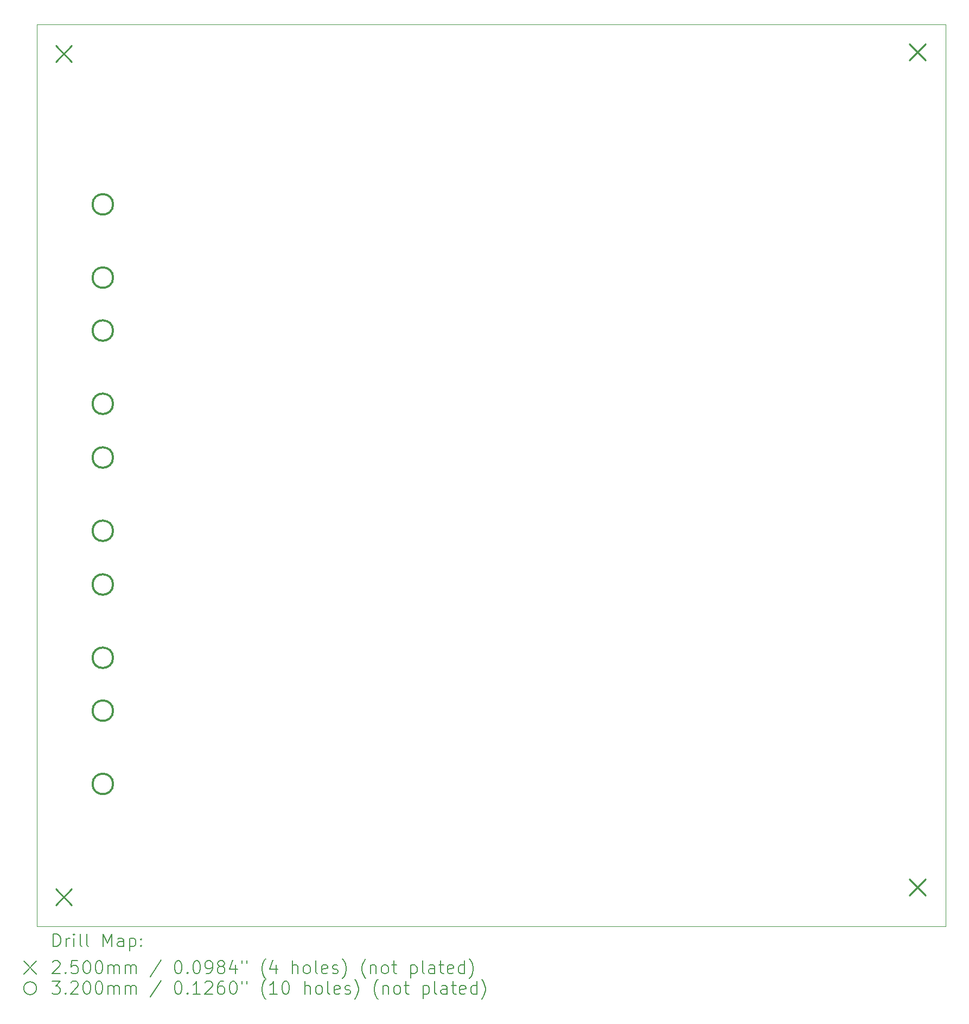
<source format=gbr>
%TF.GenerationSoftware,KiCad,Pcbnew,7.0.8*%
%TF.CreationDate,2023-12-10T21:55:35+01:00*%
%TF.ProjectId,stm_bob,73746d5f-626f-4622-9e6b-696361645f70,rev?*%
%TF.SameCoordinates,Original*%
%TF.FileFunction,Drillmap*%
%TF.FilePolarity,Positive*%
%FSLAX45Y45*%
G04 Gerber Fmt 4.5, Leading zero omitted, Abs format (unit mm)*
G04 Created by KiCad (PCBNEW 7.0.8) date 2023-12-10 21:55:35*
%MOMM*%
%LPD*%
G01*
G04 APERTURE LIST*
%ADD10C,0.100000*%
%ADD11C,0.200000*%
%ADD12C,0.250000*%
%ADD13C,0.320000*%
G04 APERTURE END LIST*
D10*
X1993900Y-3035300D02*
X16179800Y-3035300D01*
X16179800Y-17106900D01*
X1993900Y-17106900D01*
X1993900Y-3035300D01*
D11*
D12*
X2288000Y-3366400D02*
X2538000Y-3616400D01*
X2538000Y-3366400D02*
X2288000Y-3616400D01*
X2288000Y-16524800D02*
X2538000Y-16774800D01*
X2538000Y-16524800D02*
X2288000Y-16774800D01*
X15610300Y-3342100D02*
X15860300Y-3592100D01*
X15860300Y-3342100D02*
X15610300Y-3592100D01*
X15610300Y-16372300D02*
X15860300Y-16622300D01*
X15860300Y-16372300D02*
X15610300Y-16622300D01*
D13*
X3182600Y-5842000D02*
G75*
G03*
X3182600Y-5842000I-160000J0D01*
G01*
X3182600Y-6985000D02*
G75*
G03*
X3182600Y-6985000I-160000J0D01*
G01*
X3182600Y-7810500D02*
G75*
G03*
X3182600Y-7810500I-160000J0D01*
G01*
X3182600Y-8953500D02*
G75*
G03*
X3182600Y-8953500I-160000J0D01*
G01*
X3182600Y-9791700D02*
G75*
G03*
X3182600Y-9791700I-160000J0D01*
G01*
X3182600Y-10934700D02*
G75*
G03*
X3182600Y-10934700I-160000J0D01*
G01*
X3182600Y-11772900D02*
G75*
G03*
X3182600Y-11772900I-160000J0D01*
G01*
X3182600Y-12915900D02*
G75*
G03*
X3182600Y-12915900I-160000J0D01*
G01*
X3182600Y-13741400D02*
G75*
G03*
X3182600Y-13741400I-160000J0D01*
G01*
X3182600Y-14884400D02*
G75*
G03*
X3182600Y-14884400I-160000J0D01*
G01*
D11*
X2249677Y-17423384D02*
X2249677Y-17223384D01*
X2249677Y-17223384D02*
X2297296Y-17223384D01*
X2297296Y-17223384D02*
X2325867Y-17232908D01*
X2325867Y-17232908D02*
X2344915Y-17251955D01*
X2344915Y-17251955D02*
X2354439Y-17271003D01*
X2354439Y-17271003D02*
X2363963Y-17309098D01*
X2363963Y-17309098D02*
X2363963Y-17337670D01*
X2363963Y-17337670D02*
X2354439Y-17375765D01*
X2354439Y-17375765D02*
X2344915Y-17394812D01*
X2344915Y-17394812D02*
X2325867Y-17413860D01*
X2325867Y-17413860D02*
X2297296Y-17423384D01*
X2297296Y-17423384D02*
X2249677Y-17423384D01*
X2449677Y-17423384D02*
X2449677Y-17290050D01*
X2449677Y-17328146D02*
X2459201Y-17309098D01*
X2459201Y-17309098D02*
X2468724Y-17299574D01*
X2468724Y-17299574D02*
X2487772Y-17290050D01*
X2487772Y-17290050D02*
X2506820Y-17290050D01*
X2573486Y-17423384D02*
X2573486Y-17290050D01*
X2573486Y-17223384D02*
X2563963Y-17232908D01*
X2563963Y-17232908D02*
X2573486Y-17242431D01*
X2573486Y-17242431D02*
X2583010Y-17232908D01*
X2583010Y-17232908D02*
X2573486Y-17223384D01*
X2573486Y-17223384D02*
X2573486Y-17242431D01*
X2697296Y-17423384D02*
X2678248Y-17413860D01*
X2678248Y-17413860D02*
X2668724Y-17394812D01*
X2668724Y-17394812D02*
X2668724Y-17223384D01*
X2802058Y-17423384D02*
X2783010Y-17413860D01*
X2783010Y-17413860D02*
X2773486Y-17394812D01*
X2773486Y-17394812D02*
X2773486Y-17223384D01*
X3030629Y-17423384D02*
X3030629Y-17223384D01*
X3030629Y-17223384D02*
X3097296Y-17366241D01*
X3097296Y-17366241D02*
X3163962Y-17223384D01*
X3163962Y-17223384D02*
X3163962Y-17423384D01*
X3344915Y-17423384D02*
X3344915Y-17318622D01*
X3344915Y-17318622D02*
X3335391Y-17299574D01*
X3335391Y-17299574D02*
X3316343Y-17290050D01*
X3316343Y-17290050D02*
X3278248Y-17290050D01*
X3278248Y-17290050D02*
X3259201Y-17299574D01*
X3344915Y-17413860D02*
X3325867Y-17423384D01*
X3325867Y-17423384D02*
X3278248Y-17423384D01*
X3278248Y-17423384D02*
X3259201Y-17413860D01*
X3259201Y-17413860D02*
X3249677Y-17394812D01*
X3249677Y-17394812D02*
X3249677Y-17375765D01*
X3249677Y-17375765D02*
X3259201Y-17356717D01*
X3259201Y-17356717D02*
X3278248Y-17347193D01*
X3278248Y-17347193D02*
X3325867Y-17347193D01*
X3325867Y-17347193D02*
X3344915Y-17337670D01*
X3440153Y-17290050D02*
X3440153Y-17490050D01*
X3440153Y-17299574D02*
X3459201Y-17290050D01*
X3459201Y-17290050D02*
X3497296Y-17290050D01*
X3497296Y-17290050D02*
X3516343Y-17299574D01*
X3516343Y-17299574D02*
X3525867Y-17309098D01*
X3525867Y-17309098D02*
X3535391Y-17328146D01*
X3535391Y-17328146D02*
X3535391Y-17385289D01*
X3535391Y-17385289D02*
X3525867Y-17404336D01*
X3525867Y-17404336D02*
X3516343Y-17413860D01*
X3516343Y-17413860D02*
X3497296Y-17423384D01*
X3497296Y-17423384D02*
X3459201Y-17423384D01*
X3459201Y-17423384D02*
X3440153Y-17413860D01*
X3621105Y-17404336D02*
X3630629Y-17413860D01*
X3630629Y-17413860D02*
X3621105Y-17423384D01*
X3621105Y-17423384D02*
X3611582Y-17413860D01*
X3611582Y-17413860D02*
X3621105Y-17404336D01*
X3621105Y-17404336D02*
X3621105Y-17423384D01*
X3621105Y-17299574D02*
X3630629Y-17309098D01*
X3630629Y-17309098D02*
X3621105Y-17318622D01*
X3621105Y-17318622D02*
X3611582Y-17309098D01*
X3611582Y-17309098D02*
X3621105Y-17299574D01*
X3621105Y-17299574D02*
X3621105Y-17318622D01*
X1788900Y-17651900D02*
X1988900Y-17851900D01*
X1988900Y-17651900D02*
X1788900Y-17851900D01*
X2240153Y-17662431D02*
X2249677Y-17652908D01*
X2249677Y-17652908D02*
X2268724Y-17643384D01*
X2268724Y-17643384D02*
X2316344Y-17643384D01*
X2316344Y-17643384D02*
X2335391Y-17652908D01*
X2335391Y-17652908D02*
X2344915Y-17662431D01*
X2344915Y-17662431D02*
X2354439Y-17681479D01*
X2354439Y-17681479D02*
X2354439Y-17700527D01*
X2354439Y-17700527D02*
X2344915Y-17729098D01*
X2344915Y-17729098D02*
X2230629Y-17843384D01*
X2230629Y-17843384D02*
X2354439Y-17843384D01*
X2440153Y-17824336D02*
X2449677Y-17833860D01*
X2449677Y-17833860D02*
X2440153Y-17843384D01*
X2440153Y-17843384D02*
X2430629Y-17833860D01*
X2430629Y-17833860D02*
X2440153Y-17824336D01*
X2440153Y-17824336D02*
X2440153Y-17843384D01*
X2630629Y-17643384D02*
X2535391Y-17643384D01*
X2535391Y-17643384D02*
X2525867Y-17738622D01*
X2525867Y-17738622D02*
X2535391Y-17729098D01*
X2535391Y-17729098D02*
X2554439Y-17719574D01*
X2554439Y-17719574D02*
X2602058Y-17719574D01*
X2602058Y-17719574D02*
X2621105Y-17729098D01*
X2621105Y-17729098D02*
X2630629Y-17738622D01*
X2630629Y-17738622D02*
X2640153Y-17757670D01*
X2640153Y-17757670D02*
X2640153Y-17805289D01*
X2640153Y-17805289D02*
X2630629Y-17824336D01*
X2630629Y-17824336D02*
X2621105Y-17833860D01*
X2621105Y-17833860D02*
X2602058Y-17843384D01*
X2602058Y-17843384D02*
X2554439Y-17843384D01*
X2554439Y-17843384D02*
X2535391Y-17833860D01*
X2535391Y-17833860D02*
X2525867Y-17824336D01*
X2763963Y-17643384D02*
X2783010Y-17643384D01*
X2783010Y-17643384D02*
X2802058Y-17652908D01*
X2802058Y-17652908D02*
X2811582Y-17662431D01*
X2811582Y-17662431D02*
X2821105Y-17681479D01*
X2821105Y-17681479D02*
X2830629Y-17719574D01*
X2830629Y-17719574D02*
X2830629Y-17767193D01*
X2830629Y-17767193D02*
X2821105Y-17805289D01*
X2821105Y-17805289D02*
X2811582Y-17824336D01*
X2811582Y-17824336D02*
X2802058Y-17833860D01*
X2802058Y-17833860D02*
X2783010Y-17843384D01*
X2783010Y-17843384D02*
X2763963Y-17843384D01*
X2763963Y-17843384D02*
X2744915Y-17833860D01*
X2744915Y-17833860D02*
X2735391Y-17824336D01*
X2735391Y-17824336D02*
X2725867Y-17805289D01*
X2725867Y-17805289D02*
X2716344Y-17767193D01*
X2716344Y-17767193D02*
X2716344Y-17719574D01*
X2716344Y-17719574D02*
X2725867Y-17681479D01*
X2725867Y-17681479D02*
X2735391Y-17662431D01*
X2735391Y-17662431D02*
X2744915Y-17652908D01*
X2744915Y-17652908D02*
X2763963Y-17643384D01*
X2954439Y-17643384D02*
X2973486Y-17643384D01*
X2973486Y-17643384D02*
X2992534Y-17652908D01*
X2992534Y-17652908D02*
X3002058Y-17662431D01*
X3002058Y-17662431D02*
X3011582Y-17681479D01*
X3011582Y-17681479D02*
X3021105Y-17719574D01*
X3021105Y-17719574D02*
X3021105Y-17767193D01*
X3021105Y-17767193D02*
X3011582Y-17805289D01*
X3011582Y-17805289D02*
X3002058Y-17824336D01*
X3002058Y-17824336D02*
X2992534Y-17833860D01*
X2992534Y-17833860D02*
X2973486Y-17843384D01*
X2973486Y-17843384D02*
X2954439Y-17843384D01*
X2954439Y-17843384D02*
X2935391Y-17833860D01*
X2935391Y-17833860D02*
X2925867Y-17824336D01*
X2925867Y-17824336D02*
X2916343Y-17805289D01*
X2916343Y-17805289D02*
X2906820Y-17767193D01*
X2906820Y-17767193D02*
X2906820Y-17719574D01*
X2906820Y-17719574D02*
X2916343Y-17681479D01*
X2916343Y-17681479D02*
X2925867Y-17662431D01*
X2925867Y-17662431D02*
X2935391Y-17652908D01*
X2935391Y-17652908D02*
X2954439Y-17643384D01*
X3106820Y-17843384D02*
X3106820Y-17710050D01*
X3106820Y-17729098D02*
X3116343Y-17719574D01*
X3116343Y-17719574D02*
X3135391Y-17710050D01*
X3135391Y-17710050D02*
X3163963Y-17710050D01*
X3163963Y-17710050D02*
X3183010Y-17719574D01*
X3183010Y-17719574D02*
X3192534Y-17738622D01*
X3192534Y-17738622D02*
X3192534Y-17843384D01*
X3192534Y-17738622D02*
X3202058Y-17719574D01*
X3202058Y-17719574D02*
X3221105Y-17710050D01*
X3221105Y-17710050D02*
X3249677Y-17710050D01*
X3249677Y-17710050D02*
X3268724Y-17719574D01*
X3268724Y-17719574D02*
X3278248Y-17738622D01*
X3278248Y-17738622D02*
X3278248Y-17843384D01*
X3373486Y-17843384D02*
X3373486Y-17710050D01*
X3373486Y-17729098D02*
X3383010Y-17719574D01*
X3383010Y-17719574D02*
X3402058Y-17710050D01*
X3402058Y-17710050D02*
X3430629Y-17710050D01*
X3430629Y-17710050D02*
X3449677Y-17719574D01*
X3449677Y-17719574D02*
X3459201Y-17738622D01*
X3459201Y-17738622D02*
X3459201Y-17843384D01*
X3459201Y-17738622D02*
X3468724Y-17719574D01*
X3468724Y-17719574D02*
X3487772Y-17710050D01*
X3487772Y-17710050D02*
X3516343Y-17710050D01*
X3516343Y-17710050D02*
X3535391Y-17719574D01*
X3535391Y-17719574D02*
X3544915Y-17738622D01*
X3544915Y-17738622D02*
X3544915Y-17843384D01*
X3935391Y-17633860D02*
X3763963Y-17891003D01*
X4192534Y-17643384D02*
X4211582Y-17643384D01*
X4211582Y-17643384D02*
X4230629Y-17652908D01*
X4230629Y-17652908D02*
X4240153Y-17662431D01*
X4240153Y-17662431D02*
X4249677Y-17681479D01*
X4249677Y-17681479D02*
X4259201Y-17719574D01*
X4259201Y-17719574D02*
X4259201Y-17767193D01*
X4259201Y-17767193D02*
X4249677Y-17805289D01*
X4249677Y-17805289D02*
X4240153Y-17824336D01*
X4240153Y-17824336D02*
X4230629Y-17833860D01*
X4230629Y-17833860D02*
X4211582Y-17843384D01*
X4211582Y-17843384D02*
X4192534Y-17843384D01*
X4192534Y-17843384D02*
X4173486Y-17833860D01*
X4173486Y-17833860D02*
X4163963Y-17824336D01*
X4163963Y-17824336D02*
X4154439Y-17805289D01*
X4154439Y-17805289D02*
X4144915Y-17767193D01*
X4144915Y-17767193D02*
X4144915Y-17719574D01*
X4144915Y-17719574D02*
X4154439Y-17681479D01*
X4154439Y-17681479D02*
X4163963Y-17662431D01*
X4163963Y-17662431D02*
X4173486Y-17652908D01*
X4173486Y-17652908D02*
X4192534Y-17643384D01*
X4344915Y-17824336D02*
X4354439Y-17833860D01*
X4354439Y-17833860D02*
X4344915Y-17843384D01*
X4344915Y-17843384D02*
X4335391Y-17833860D01*
X4335391Y-17833860D02*
X4344915Y-17824336D01*
X4344915Y-17824336D02*
X4344915Y-17843384D01*
X4478248Y-17643384D02*
X4497296Y-17643384D01*
X4497296Y-17643384D02*
X4516344Y-17652908D01*
X4516344Y-17652908D02*
X4525868Y-17662431D01*
X4525868Y-17662431D02*
X4535391Y-17681479D01*
X4535391Y-17681479D02*
X4544915Y-17719574D01*
X4544915Y-17719574D02*
X4544915Y-17767193D01*
X4544915Y-17767193D02*
X4535391Y-17805289D01*
X4535391Y-17805289D02*
X4525868Y-17824336D01*
X4525868Y-17824336D02*
X4516344Y-17833860D01*
X4516344Y-17833860D02*
X4497296Y-17843384D01*
X4497296Y-17843384D02*
X4478248Y-17843384D01*
X4478248Y-17843384D02*
X4459201Y-17833860D01*
X4459201Y-17833860D02*
X4449677Y-17824336D01*
X4449677Y-17824336D02*
X4440153Y-17805289D01*
X4440153Y-17805289D02*
X4430629Y-17767193D01*
X4430629Y-17767193D02*
X4430629Y-17719574D01*
X4430629Y-17719574D02*
X4440153Y-17681479D01*
X4440153Y-17681479D02*
X4449677Y-17662431D01*
X4449677Y-17662431D02*
X4459201Y-17652908D01*
X4459201Y-17652908D02*
X4478248Y-17643384D01*
X4640153Y-17843384D02*
X4678248Y-17843384D01*
X4678248Y-17843384D02*
X4697296Y-17833860D01*
X4697296Y-17833860D02*
X4706820Y-17824336D01*
X4706820Y-17824336D02*
X4725868Y-17795765D01*
X4725868Y-17795765D02*
X4735391Y-17757670D01*
X4735391Y-17757670D02*
X4735391Y-17681479D01*
X4735391Y-17681479D02*
X4725868Y-17662431D01*
X4725868Y-17662431D02*
X4716344Y-17652908D01*
X4716344Y-17652908D02*
X4697296Y-17643384D01*
X4697296Y-17643384D02*
X4659201Y-17643384D01*
X4659201Y-17643384D02*
X4640153Y-17652908D01*
X4640153Y-17652908D02*
X4630629Y-17662431D01*
X4630629Y-17662431D02*
X4621106Y-17681479D01*
X4621106Y-17681479D02*
X4621106Y-17729098D01*
X4621106Y-17729098D02*
X4630629Y-17748146D01*
X4630629Y-17748146D02*
X4640153Y-17757670D01*
X4640153Y-17757670D02*
X4659201Y-17767193D01*
X4659201Y-17767193D02*
X4697296Y-17767193D01*
X4697296Y-17767193D02*
X4716344Y-17757670D01*
X4716344Y-17757670D02*
X4725868Y-17748146D01*
X4725868Y-17748146D02*
X4735391Y-17729098D01*
X4849677Y-17729098D02*
X4830629Y-17719574D01*
X4830629Y-17719574D02*
X4821106Y-17710050D01*
X4821106Y-17710050D02*
X4811582Y-17691003D01*
X4811582Y-17691003D02*
X4811582Y-17681479D01*
X4811582Y-17681479D02*
X4821106Y-17662431D01*
X4821106Y-17662431D02*
X4830629Y-17652908D01*
X4830629Y-17652908D02*
X4849677Y-17643384D01*
X4849677Y-17643384D02*
X4887772Y-17643384D01*
X4887772Y-17643384D02*
X4906820Y-17652908D01*
X4906820Y-17652908D02*
X4916344Y-17662431D01*
X4916344Y-17662431D02*
X4925868Y-17681479D01*
X4925868Y-17681479D02*
X4925868Y-17691003D01*
X4925868Y-17691003D02*
X4916344Y-17710050D01*
X4916344Y-17710050D02*
X4906820Y-17719574D01*
X4906820Y-17719574D02*
X4887772Y-17729098D01*
X4887772Y-17729098D02*
X4849677Y-17729098D01*
X4849677Y-17729098D02*
X4830629Y-17738622D01*
X4830629Y-17738622D02*
X4821106Y-17748146D01*
X4821106Y-17748146D02*
X4811582Y-17767193D01*
X4811582Y-17767193D02*
X4811582Y-17805289D01*
X4811582Y-17805289D02*
X4821106Y-17824336D01*
X4821106Y-17824336D02*
X4830629Y-17833860D01*
X4830629Y-17833860D02*
X4849677Y-17843384D01*
X4849677Y-17843384D02*
X4887772Y-17843384D01*
X4887772Y-17843384D02*
X4906820Y-17833860D01*
X4906820Y-17833860D02*
X4916344Y-17824336D01*
X4916344Y-17824336D02*
X4925868Y-17805289D01*
X4925868Y-17805289D02*
X4925868Y-17767193D01*
X4925868Y-17767193D02*
X4916344Y-17748146D01*
X4916344Y-17748146D02*
X4906820Y-17738622D01*
X4906820Y-17738622D02*
X4887772Y-17729098D01*
X5097296Y-17710050D02*
X5097296Y-17843384D01*
X5049677Y-17633860D02*
X5002058Y-17776717D01*
X5002058Y-17776717D02*
X5125868Y-17776717D01*
X5192534Y-17643384D02*
X5192534Y-17681479D01*
X5268725Y-17643384D02*
X5268725Y-17681479D01*
X5563963Y-17919574D02*
X5554439Y-17910050D01*
X5554439Y-17910050D02*
X5535391Y-17881479D01*
X5535391Y-17881479D02*
X5525868Y-17862431D01*
X5525868Y-17862431D02*
X5516344Y-17833860D01*
X5516344Y-17833860D02*
X5506820Y-17786241D01*
X5506820Y-17786241D02*
X5506820Y-17748146D01*
X5506820Y-17748146D02*
X5516344Y-17700527D01*
X5516344Y-17700527D02*
X5525868Y-17671955D01*
X5525868Y-17671955D02*
X5535391Y-17652908D01*
X5535391Y-17652908D02*
X5554439Y-17624336D01*
X5554439Y-17624336D02*
X5563963Y-17614812D01*
X5725868Y-17710050D02*
X5725868Y-17843384D01*
X5678248Y-17633860D02*
X5630629Y-17776717D01*
X5630629Y-17776717D02*
X5754439Y-17776717D01*
X5983010Y-17843384D02*
X5983010Y-17643384D01*
X6068725Y-17843384D02*
X6068725Y-17738622D01*
X6068725Y-17738622D02*
X6059201Y-17719574D01*
X6059201Y-17719574D02*
X6040153Y-17710050D01*
X6040153Y-17710050D02*
X6011582Y-17710050D01*
X6011582Y-17710050D02*
X5992534Y-17719574D01*
X5992534Y-17719574D02*
X5983010Y-17729098D01*
X6192534Y-17843384D02*
X6173487Y-17833860D01*
X6173487Y-17833860D02*
X6163963Y-17824336D01*
X6163963Y-17824336D02*
X6154439Y-17805289D01*
X6154439Y-17805289D02*
X6154439Y-17748146D01*
X6154439Y-17748146D02*
X6163963Y-17729098D01*
X6163963Y-17729098D02*
X6173487Y-17719574D01*
X6173487Y-17719574D02*
X6192534Y-17710050D01*
X6192534Y-17710050D02*
X6221106Y-17710050D01*
X6221106Y-17710050D02*
X6240153Y-17719574D01*
X6240153Y-17719574D02*
X6249677Y-17729098D01*
X6249677Y-17729098D02*
X6259201Y-17748146D01*
X6259201Y-17748146D02*
X6259201Y-17805289D01*
X6259201Y-17805289D02*
X6249677Y-17824336D01*
X6249677Y-17824336D02*
X6240153Y-17833860D01*
X6240153Y-17833860D02*
X6221106Y-17843384D01*
X6221106Y-17843384D02*
X6192534Y-17843384D01*
X6373487Y-17843384D02*
X6354439Y-17833860D01*
X6354439Y-17833860D02*
X6344915Y-17814812D01*
X6344915Y-17814812D02*
X6344915Y-17643384D01*
X6525868Y-17833860D02*
X6506820Y-17843384D01*
X6506820Y-17843384D02*
X6468725Y-17843384D01*
X6468725Y-17843384D02*
X6449677Y-17833860D01*
X6449677Y-17833860D02*
X6440153Y-17814812D01*
X6440153Y-17814812D02*
X6440153Y-17738622D01*
X6440153Y-17738622D02*
X6449677Y-17719574D01*
X6449677Y-17719574D02*
X6468725Y-17710050D01*
X6468725Y-17710050D02*
X6506820Y-17710050D01*
X6506820Y-17710050D02*
X6525868Y-17719574D01*
X6525868Y-17719574D02*
X6535391Y-17738622D01*
X6535391Y-17738622D02*
X6535391Y-17757670D01*
X6535391Y-17757670D02*
X6440153Y-17776717D01*
X6611582Y-17833860D02*
X6630630Y-17843384D01*
X6630630Y-17843384D02*
X6668725Y-17843384D01*
X6668725Y-17843384D02*
X6687772Y-17833860D01*
X6687772Y-17833860D02*
X6697296Y-17814812D01*
X6697296Y-17814812D02*
X6697296Y-17805289D01*
X6697296Y-17805289D02*
X6687772Y-17786241D01*
X6687772Y-17786241D02*
X6668725Y-17776717D01*
X6668725Y-17776717D02*
X6640153Y-17776717D01*
X6640153Y-17776717D02*
X6621106Y-17767193D01*
X6621106Y-17767193D02*
X6611582Y-17748146D01*
X6611582Y-17748146D02*
X6611582Y-17738622D01*
X6611582Y-17738622D02*
X6621106Y-17719574D01*
X6621106Y-17719574D02*
X6640153Y-17710050D01*
X6640153Y-17710050D02*
X6668725Y-17710050D01*
X6668725Y-17710050D02*
X6687772Y-17719574D01*
X6763963Y-17919574D02*
X6773487Y-17910050D01*
X6773487Y-17910050D02*
X6792534Y-17881479D01*
X6792534Y-17881479D02*
X6802058Y-17862431D01*
X6802058Y-17862431D02*
X6811582Y-17833860D01*
X6811582Y-17833860D02*
X6821106Y-17786241D01*
X6821106Y-17786241D02*
X6821106Y-17748146D01*
X6821106Y-17748146D02*
X6811582Y-17700527D01*
X6811582Y-17700527D02*
X6802058Y-17671955D01*
X6802058Y-17671955D02*
X6792534Y-17652908D01*
X6792534Y-17652908D02*
X6773487Y-17624336D01*
X6773487Y-17624336D02*
X6763963Y-17614812D01*
X7125868Y-17919574D02*
X7116344Y-17910050D01*
X7116344Y-17910050D02*
X7097296Y-17881479D01*
X7097296Y-17881479D02*
X7087772Y-17862431D01*
X7087772Y-17862431D02*
X7078249Y-17833860D01*
X7078249Y-17833860D02*
X7068725Y-17786241D01*
X7068725Y-17786241D02*
X7068725Y-17748146D01*
X7068725Y-17748146D02*
X7078249Y-17700527D01*
X7078249Y-17700527D02*
X7087772Y-17671955D01*
X7087772Y-17671955D02*
X7097296Y-17652908D01*
X7097296Y-17652908D02*
X7116344Y-17624336D01*
X7116344Y-17624336D02*
X7125868Y-17614812D01*
X7202058Y-17710050D02*
X7202058Y-17843384D01*
X7202058Y-17729098D02*
X7211582Y-17719574D01*
X7211582Y-17719574D02*
X7230630Y-17710050D01*
X7230630Y-17710050D02*
X7259201Y-17710050D01*
X7259201Y-17710050D02*
X7278249Y-17719574D01*
X7278249Y-17719574D02*
X7287772Y-17738622D01*
X7287772Y-17738622D02*
X7287772Y-17843384D01*
X7411582Y-17843384D02*
X7392534Y-17833860D01*
X7392534Y-17833860D02*
X7383011Y-17824336D01*
X7383011Y-17824336D02*
X7373487Y-17805289D01*
X7373487Y-17805289D02*
X7373487Y-17748146D01*
X7373487Y-17748146D02*
X7383011Y-17729098D01*
X7383011Y-17729098D02*
X7392534Y-17719574D01*
X7392534Y-17719574D02*
X7411582Y-17710050D01*
X7411582Y-17710050D02*
X7440153Y-17710050D01*
X7440153Y-17710050D02*
X7459201Y-17719574D01*
X7459201Y-17719574D02*
X7468725Y-17729098D01*
X7468725Y-17729098D02*
X7478249Y-17748146D01*
X7478249Y-17748146D02*
X7478249Y-17805289D01*
X7478249Y-17805289D02*
X7468725Y-17824336D01*
X7468725Y-17824336D02*
X7459201Y-17833860D01*
X7459201Y-17833860D02*
X7440153Y-17843384D01*
X7440153Y-17843384D02*
X7411582Y-17843384D01*
X7535392Y-17710050D02*
X7611582Y-17710050D01*
X7563963Y-17643384D02*
X7563963Y-17814812D01*
X7563963Y-17814812D02*
X7573487Y-17833860D01*
X7573487Y-17833860D02*
X7592534Y-17843384D01*
X7592534Y-17843384D02*
X7611582Y-17843384D01*
X7830630Y-17710050D02*
X7830630Y-17910050D01*
X7830630Y-17719574D02*
X7849677Y-17710050D01*
X7849677Y-17710050D02*
X7887773Y-17710050D01*
X7887773Y-17710050D02*
X7906820Y-17719574D01*
X7906820Y-17719574D02*
X7916344Y-17729098D01*
X7916344Y-17729098D02*
X7925868Y-17748146D01*
X7925868Y-17748146D02*
X7925868Y-17805289D01*
X7925868Y-17805289D02*
X7916344Y-17824336D01*
X7916344Y-17824336D02*
X7906820Y-17833860D01*
X7906820Y-17833860D02*
X7887773Y-17843384D01*
X7887773Y-17843384D02*
X7849677Y-17843384D01*
X7849677Y-17843384D02*
X7830630Y-17833860D01*
X8040153Y-17843384D02*
X8021106Y-17833860D01*
X8021106Y-17833860D02*
X8011582Y-17814812D01*
X8011582Y-17814812D02*
X8011582Y-17643384D01*
X8202058Y-17843384D02*
X8202058Y-17738622D01*
X8202058Y-17738622D02*
X8192534Y-17719574D01*
X8192534Y-17719574D02*
X8173487Y-17710050D01*
X8173487Y-17710050D02*
X8135392Y-17710050D01*
X8135392Y-17710050D02*
X8116344Y-17719574D01*
X8202058Y-17833860D02*
X8183011Y-17843384D01*
X8183011Y-17843384D02*
X8135392Y-17843384D01*
X8135392Y-17843384D02*
X8116344Y-17833860D01*
X8116344Y-17833860D02*
X8106820Y-17814812D01*
X8106820Y-17814812D02*
X8106820Y-17795765D01*
X8106820Y-17795765D02*
X8116344Y-17776717D01*
X8116344Y-17776717D02*
X8135392Y-17767193D01*
X8135392Y-17767193D02*
X8183011Y-17767193D01*
X8183011Y-17767193D02*
X8202058Y-17757670D01*
X8268725Y-17710050D02*
X8344915Y-17710050D01*
X8297296Y-17643384D02*
X8297296Y-17814812D01*
X8297296Y-17814812D02*
X8306820Y-17833860D01*
X8306820Y-17833860D02*
X8325868Y-17843384D01*
X8325868Y-17843384D02*
X8344915Y-17843384D01*
X8487773Y-17833860D02*
X8468725Y-17843384D01*
X8468725Y-17843384D02*
X8430630Y-17843384D01*
X8430630Y-17843384D02*
X8411582Y-17833860D01*
X8411582Y-17833860D02*
X8402058Y-17814812D01*
X8402058Y-17814812D02*
X8402058Y-17738622D01*
X8402058Y-17738622D02*
X8411582Y-17719574D01*
X8411582Y-17719574D02*
X8430630Y-17710050D01*
X8430630Y-17710050D02*
X8468725Y-17710050D01*
X8468725Y-17710050D02*
X8487773Y-17719574D01*
X8487773Y-17719574D02*
X8497296Y-17738622D01*
X8497296Y-17738622D02*
X8497296Y-17757670D01*
X8497296Y-17757670D02*
X8402058Y-17776717D01*
X8668725Y-17843384D02*
X8668725Y-17643384D01*
X8668725Y-17833860D02*
X8649677Y-17843384D01*
X8649677Y-17843384D02*
X8611582Y-17843384D01*
X8611582Y-17843384D02*
X8592535Y-17833860D01*
X8592535Y-17833860D02*
X8583011Y-17824336D01*
X8583011Y-17824336D02*
X8573487Y-17805289D01*
X8573487Y-17805289D02*
X8573487Y-17748146D01*
X8573487Y-17748146D02*
X8583011Y-17729098D01*
X8583011Y-17729098D02*
X8592535Y-17719574D01*
X8592535Y-17719574D02*
X8611582Y-17710050D01*
X8611582Y-17710050D02*
X8649677Y-17710050D01*
X8649677Y-17710050D02*
X8668725Y-17719574D01*
X8744916Y-17919574D02*
X8754439Y-17910050D01*
X8754439Y-17910050D02*
X8773487Y-17881479D01*
X8773487Y-17881479D02*
X8783011Y-17862431D01*
X8783011Y-17862431D02*
X8792535Y-17833860D01*
X8792535Y-17833860D02*
X8802058Y-17786241D01*
X8802058Y-17786241D02*
X8802058Y-17748146D01*
X8802058Y-17748146D02*
X8792535Y-17700527D01*
X8792535Y-17700527D02*
X8783011Y-17671955D01*
X8783011Y-17671955D02*
X8773487Y-17652908D01*
X8773487Y-17652908D02*
X8754439Y-17624336D01*
X8754439Y-17624336D02*
X8744916Y-17614812D01*
X1988900Y-18071900D02*
G75*
G03*
X1988900Y-18071900I-100000J0D01*
G01*
X2230629Y-17963384D02*
X2354439Y-17963384D01*
X2354439Y-17963384D02*
X2287772Y-18039574D01*
X2287772Y-18039574D02*
X2316344Y-18039574D01*
X2316344Y-18039574D02*
X2335391Y-18049098D01*
X2335391Y-18049098D02*
X2344915Y-18058622D01*
X2344915Y-18058622D02*
X2354439Y-18077670D01*
X2354439Y-18077670D02*
X2354439Y-18125289D01*
X2354439Y-18125289D02*
X2344915Y-18144336D01*
X2344915Y-18144336D02*
X2335391Y-18153860D01*
X2335391Y-18153860D02*
X2316344Y-18163384D01*
X2316344Y-18163384D02*
X2259201Y-18163384D01*
X2259201Y-18163384D02*
X2240153Y-18153860D01*
X2240153Y-18153860D02*
X2230629Y-18144336D01*
X2440153Y-18144336D02*
X2449677Y-18153860D01*
X2449677Y-18153860D02*
X2440153Y-18163384D01*
X2440153Y-18163384D02*
X2430629Y-18153860D01*
X2430629Y-18153860D02*
X2440153Y-18144336D01*
X2440153Y-18144336D02*
X2440153Y-18163384D01*
X2525867Y-17982431D02*
X2535391Y-17972908D01*
X2535391Y-17972908D02*
X2554439Y-17963384D01*
X2554439Y-17963384D02*
X2602058Y-17963384D01*
X2602058Y-17963384D02*
X2621105Y-17972908D01*
X2621105Y-17972908D02*
X2630629Y-17982431D01*
X2630629Y-17982431D02*
X2640153Y-18001479D01*
X2640153Y-18001479D02*
X2640153Y-18020527D01*
X2640153Y-18020527D02*
X2630629Y-18049098D01*
X2630629Y-18049098D02*
X2516344Y-18163384D01*
X2516344Y-18163384D02*
X2640153Y-18163384D01*
X2763963Y-17963384D02*
X2783010Y-17963384D01*
X2783010Y-17963384D02*
X2802058Y-17972908D01*
X2802058Y-17972908D02*
X2811582Y-17982431D01*
X2811582Y-17982431D02*
X2821105Y-18001479D01*
X2821105Y-18001479D02*
X2830629Y-18039574D01*
X2830629Y-18039574D02*
X2830629Y-18087193D01*
X2830629Y-18087193D02*
X2821105Y-18125289D01*
X2821105Y-18125289D02*
X2811582Y-18144336D01*
X2811582Y-18144336D02*
X2802058Y-18153860D01*
X2802058Y-18153860D02*
X2783010Y-18163384D01*
X2783010Y-18163384D02*
X2763963Y-18163384D01*
X2763963Y-18163384D02*
X2744915Y-18153860D01*
X2744915Y-18153860D02*
X2735391Y-18144336D01*
X2735391Y-18144336D02*
X2725867Y-18125289D01*
X2725867Y-18125289D02*
X2716344Y-18087193D01*
X2716344Y-18087193D02*
X2716344Y-18039574D01*
X2716344Y-18039574D02*
X2725867Y-18001479D01*
X2725867Y-18001479D02*
X2735391Y-17982431D01*
X2735391Y-17982431D02*
X2744915Y-17972908D01*
X2744915Y-17972908D02*
X2763963Y-17963384D01*
X2954439Y-17963384D02*
X2973486Y-17963384D01*
X2973486Y-17963384D02*
X2992534Y-17972908D01*
X2992534Y-17972908D02*
X3002058Y-17982431D01*
X3002058Y-17982431D02*
X3011582Y-18001479D01*
X3011582Y-18001479D02*
X3021105Y-18039574D01*
X3021105Y-18039574D02*
X3021105Y-18087193D01*
X3021105Y-18087193D02*
X3011582Y-18125289D01*
X3011582Y-18125289D02*
X3002058Y-18144336D01*
X3002058Y-18144336D02*
X2992534Y-18153860D01*
X2992534Y-18153860D02*
X2973486Y-18163384D01*
X2973486Y-18163384D02*
X2954439Y-18163384D01*
X2954439Y-18163384D02*
X2935391Y-18153860D01*
X2935391Y-18153860D02*
X2925867Y-18144336D01*
X2925867Y-18144336D02*
X2916343Y-18125289D01*
X2916343Y-18125289D02*
X2906820Y-18087193D01*
X2906820Y-18087193D02*
X2906820Y-18039574D01*
X2906820Y-18039574D02*
X2916343Y-18001479D01*
X2916343Y-18001479D02*
X2925867Y-17982431D01*
X2925867Y-17982431D02*
X2935391Y-17972908D01*
X2935391Y-17972908D02*
X2954439Y-17963384D01*
X3106820Y-18163384D02*
X3106820Y-18030050D01*
X3106820Y-18049098D02*
X3116343Y-18039574D01*
X3116343Y-18039574D02*
X3135391Y-18030050D01*
X3135391Y-18030050D02*
X3163963Y-18030050D01*
X3163963Y-18030050D02*
X3183010Y-18039574D01*
X3183010Y-18039574D02*
X3192534Y-18058622D01*
X3192534Y-18058622D02*
X3192534Y-18163384D01*
X3192534Y-18058622D02*
X3202058Y-18039574D01*
X3202058Y-18039574D02*
X3221105Y-18030050D01*
X3221105Y-18030050D02*
X3249677Y-18030050D01*
X3249677Y-18030050D02*
X3268724Y-18039574D01*
X3268724Y-18039574D02*
X3278248Y-18058622D01*
X3278248Y-18058622D02*
X3278248Y-18163384D01*
X3373486Y-18163384D02*
X3373486Y-18030050D01*
X3373486Y-18049098D02*
X3383010Y-18039574D01*
X3383010Y-18039574D02*
X3402058Y-18030050D01*
X3402058Y-18030050D02*
X3430629Y-18030050D01*
X3430629Y-18030050D02*
X3449677Y-18039574D01*
X3449677Y-18039574D02*
X3459201Y-18058622D01*
X3459201Y-18058622D02*
X3459201Y-18163384D01*
X3459201Y-18058622D02*
X3468724Y-18039574D01*
X3468724Y-18039574D02*
X3487772Y-18030050D01*
X3487772Y-18030050D02*
X3516343Y-18030050D01*
X3516343Y-18030050D02*
X3535391Y-18039574D01*
X3535391Y-18039574D02*
X3544915Y-18058622D01*
X3544915Y-18058622D02*
X3544915Y-18163384D01*
X3935391Y-17953860D02*
X3763963Y-18211003D01*
X4192534Y-17963384D02*
X4211582Y-17963384D01*
X4211582Y-17963384D02*
X4230629Y-17972908D01*
X4230629Y-17972908D02*
X4240153Y-17982431D01*
X4240153Y-17982431D02*
X4249677Y-18001479D01*
X4249677Y-18001479D02*
X4259201Y-18039574D01*
X4259201Y-18039574D02*
X4259201Y-18087193D01*
X4259201Y-18087193D02*
X4249677Y-18125289D01*
X4249677Y-18125289D02*
X4240153Y-18144336D01*
X4240153Y-18144336D02*
X4230629Y-18153860D01*
X4230629Y-18153860D02*
X4211582Y-18163384D01*
X4211582Y-18163384D02*
X4192534Y-18163384D01*
X4192534Y-18163384D02*
X4173486Y-18153860D01*
X4173486Y-18153860D02*
X4163963Y-18144336D01*
X4163963Y-18144336D02*
X4154439Y-18125289D01*
X4154439Y-18125289D02*
X4144915Y-18087193D01*
X4144915Y-18087193D02*
X4144915Y-18039574D01*
X4144915Y-18039574D02*
X4154439Y-18001479D01*
X4154439Y-18001479D02*
X4163963Y-17982431D01*
X4163963Y-17982431D02*
X4173486Y-17972908D01*
X4173486Y-17972908D02*
X4192534Y-17963384D01*
X4344915Y-18144336D02*
X4354439Y-18153860D01*
X4354439Y-18153860D02*
X4344915Y-18163384D01*
X4344915Y-18163384D02*
X4335391Y-18153860D01*
X4335391Y-18153860D02*
X4344915Y-18144336D01*
X4344915Y-18144336D02*
X4344915Y-18163384D01*
X4544915Y-18163384D02*
X4430629Y-18163384D01*
X4487772Y-18163384D02*
X4487772Y-17963384D01*
X4487772Y-17963384D02*
X4468725Y-17991955D01*
X4468725Y-17991955D02*
X4449677Y-18011003D01*
X4449677Y-18011003D02*
X4430629Y-18020527D01*
X4621106Y-17982431D02*
X4630629Y-17972908D01*
X4630629Y-17972908D02*
X4649677Y-17963384D01*
X4649677Y-17963384D02*
X4697296Y-17963384D01*
X4697296Y-17963384D02*
X4716344Y-17972908D01*
X4716344Y-17972908D02*
X4725868Y-17982431D01*
X4725868Y-17982431D02*
X4735391Y-18001479D01*
X4735391Y-18001479D02*
X4735391Y-18020527D01*
X4735391Y-18020527D02*
X4725868Y-18049098D01*
X4725868Y-18049098D02*
X4611582Y-18163384D01*
X4611582Y-18163384D02*
X4735391Y-18163384D01*
X4906820Y-17963384D02*
X4868725Y-17963384D01*
X4868725Y-17963384D02*
X4849677Y-17972908D01*
X4849677Y-17972908D02*
X4840153Y-17982431D01*
X4840153Y-17982431D02*
X4821106Y-18011003D01*
X4821106Y-18011003D02*
X4811582Y-18049098D01*
X4811582Y-18049098D02*
X4811582Y-18125289D01*
X4811582Y-18125289D02*
X4821106Y-18144336D01*
X4821106Y-18144336D02*
X4830629Y-18153860D01*
X4830629Y-18153860D02*
X4849677Y-18163384D01*
X4849677Y-18163384D02*
X4887772Y-18163384D01*
X4887772Y-18163384D02*
X4906820Y-18153860D01*
X4906820Y-18153860D02*
X4916344Y-18144336D01*
X4916344Y-18144336D02*
X4925868Y-18125289D01*
X4925868Y-18125289D02*
X4925868Y-18077670D01*
X4925868Y-18077670D02*
X4916344Y-18058622D01*
X4916344Y-18058622D02*
X4906820Y-18049098D01*
X4906820Y-18049098D02*
X4887772Y-18039574D01*
X4887772Y-18039574D02*
X4849677Y-18039574D01*
X4849677Y-18039574D02*
X4830629Y-18049098D01*
X4830629Y-18049098D02*
X4821106Y-18058622D01*
X4821106Y-18058622D02*
X4811582Y-18077670D01*
X5049677Y-17963384D02*
X5068725Y-17963384D01*
X5068725Y-17963384D02*
X5087772Y-17972908D01*
X5087772Y-17972908D02*
X5097296Y-17982431D01*
X5097296Y-17982431D02*
X5106820Y-18001479D01*
X5106820Y-18001479D02*
X5116344Y-18039574D01*
X5116344Y-18039574D02*
X5116344Y-18087193D01*
X5116344Y-18087193D02*
X5106820Y-18125289D01*
X5106820Y-18125289D02*
X5097296Y-18144336D01*
X5097296Y-18144336D02*
X5087772Y-18153860D01*
X5087772Y-18153860D02*
X5068725Y-18163384D01*
X5068725Y-18163384D02*
X5049677Y-18163384D01*
X5049677Y-18163384D02*
X5030629Y-18153860D01*
X5030629Y-18153860D02*
X5021106Y-18144336D01*
X5021106Y-18144336D02*
X5011582Y-18125289D01*
X5011582Y-18125289D02*
X5002058Y-18087193D01*
X5002058Y-18087193D02*
X5002058Y-18039574D01*
X5002058Y-18039574D02*
X5011582Y-18001479D01*
X5011582Y-18001479D02*
X5021106Y-17982431D01*
X5021106Y-17982431D02*
X5030629Y-17972908D01*
X5030629Y-17972908D02*
X5049677Y-17963384D01*
X5192534Y-17963384D02*
X5192534Y-18001479D01*
X5268725Y-17963384D02*
X5268725Y-18001479D01*
X5563963Y-18239574D02*
X5554439Y-18230050D01*
X5554439Y-18230050D02*
X5535391Y-18201479D01*
X5535391Y-18201479D02*
X5525868Y-18182431D01*
X5525868Y-18182431D02*
X5516344Y-18153860D01*
X5516344Y-18153860D02*
X5506820Y-18106241D01*
X5506820Y-18106241D02*
X5506820Y-18068146D01*
X5506820Y-18068146D02*
X5516344Y-18020527D01*
X5516344Y-18020527D02*
X5525868Y-17991955D01*
X5525868Y-17991955D02*
X5535391Y-17972908D01*
X5535391Y-17972908D02*
X5554439Y-17944336D01*
X5554439Y-17944336D02*
X5563963Y-17934812D01*
X5744915Y-18163384D02*
X5630629Y-18163384D01*
X5687772Y-18163384D02*
X5687772Y-17963384D01*
X5687772Y-17963384D02*
X5668725Y-17991955D01*
X5668725Y-17991955D02*
X5649677Y-18011003D01*
X5649677Y-18011003D02*
X5630629Y-18020527D01*
X5868725Y-17963384D02*
X5887772Y-17963384D01*
X5887772Y-17963384D02*
X5906820Y-17972908D01*
X5906820Y-17972908D02*
X5916344Y-17982431D01*
X5916344Y-17982431D02*
X5925868Y-18001479D01*
X5925868Y-18001479D02*
X5935391Y-18039574D01*
X5935391Y-18039574D02*
X5935391Y-18087193D01*
X5935391Y-18087193D02*
X5925868Y-18125289D01*
X5925868Y-18125289D02*
X5916344Y-18144336D01*
X5916344Y-18144336D02*
X5906820Y-18153860D01*
X5906820Y-18153860D02*
X5887772Y-18163384D01*
X5887772Y-18163384D02*
X5868725Y-18163384D01*
X5868725Y-18163384D02*
X5849677Y-18153860D01*
X5849677Y-18153860D02*
X5840153Y-18144336D01*
X5840153Y-18144336D02*
X5830629Y-18125289D01*
X5830629Y-18125289D02*
X5821106Y-18087193D01*
X5821106Y-18087193D02*
X5821106Y-18039574D01*
X5821106Y-18039574D02*
X5830629Y-18001479D01*
X5830629Y-18001479D02*
X5840153Y-17982431D01*
X5840153Y-17982431D02*
X5849677Y-17972908D01*
X5849677Y-17972908D02*
X5868725Y-17963384D01*
X6173487Y-18163384D02*
X6173487Y-17963384D01*
X6259201Y-18163384D02*
X6259201Y-18058622D01*
X6259201Y-18058622D02*
X6249677Y-18039574D01*
X6249677Y-18039574D02*
X6230630Y-18030050D01*
X6230630Y-18030050D02*
X6202058Y-18030050D01*
X6202058Y-18030050D02*
X6183010Y-18039574D01*
X6183010Y-18039574D02*
X6173487Y-18049098D01*
X6383010Y-18163384D02*
X6363963Y-18153860D01*
X6363963Y-18153860D02*
X6354439Y-18144336D01*
X6354439Y-18144336D02*
X6344915Y-18125289D01*
X6344915Y-18125289D02*
X6344915Y-18068146D01*
X6344915Y-18068146D02*
X6354439Y-18049098D01*
X6354439Y-18049098D02*
X6363963Y-18039574D01*
X6363963Y-18039574D02*
X6383010Y-18030050D01*
X6383010Y-18030050D02*
X6411582Y-18030050D01*
X6411582Y-18030050D02*
X6430630Y-18039574D01*
X6430630Y-18039574D02*
X6440153Y-18049098D01*
X6440153Y-18049098D02*
X6449677Y-18068146D01*
X6449677Y-18068146D02*
X6449677Y-18125289D01*
X6449677Y-18125289D02*
X6440153Y-18144336D01*
X6440153Y-18144336D02*
X6430630Y-18153860D01*
X6430630Y-18153860D02*
X6411582Y-18163384D01*
X6411582Y-18163384D02*
X6383010Y-18163384D01*
X6563963Y-18163384D02*
X6544915Y-18153860D01*
X6544915Y-18153860D02*
X6535391Y-18134812D01*
X6535391Y-18134812D02*
X6535391Y-17963384D01*
X6716344Y-18153860D02*
X6697296Y-18163384D01*
X6697296Y-18163384D02*
X6659201Y-18163384D01*
X6659201Y-18163384D02*
X6640153Y-18153860D01*
X6640153Y-18153860D02*
X6630630Y-18134812D01*
X6630630Y-18134812D02*
X6630630Y-18058622D01*
X6630630Y-18058622D02*
X6640153Y-18039574D01*
X6640153Y-18039574D02*
X6659201Y-18030050D01*
X6659201Y-18030050D02*
X6697296Y-18030050D01*
X6697296Y-18030050D02*
X6716344Y-18039574D01*
X6716344Y-18039574D02*
X6725868Y-18058622D01*
X6725868Y-18058622D02*
X6725868Y-18077670D01*
X6725868Y-18077670D02*
X6630630Y-18096717D01*
X6802058Y-18153860D02*
X6821106Y-18163384D01*
X6821106Y-18163384D02*
X6859201Y-18163384D01*
X6859201Y-18163384D02*
X6878249Y-18153860D01*
X6878249Y-18153860D02*
X6887772Y-18134812D01*
X6887772Y-18134812D02*
X6887772Y-18125289D01*
X6887772Y-18125289D02*
X6878249Y-18106241D01*
X6878249Y-18106241D02*
X6859201Y-18096717D01*
X6859201Y-18096717D02*
X6830630Y-18096717D01*
X6830630Y-18096717D02*
X6811582Y-18087193D01*
X6811582Y-18087193D02*
X6802058Y-18068146D01*
X6802058Y-18068146D02*
X6802058Y-18058622D01*
X6802058Y-18058622D02*
X6811582Y-18039574D01*
X6811582Y-18039574D02*
X6830630Y-18030050D01*
X6830630Y-18030050D02*
X6859201Y-18030050D01*
X6859201Y-18030050D02*
X6878249Y-18039574D01*
X6954439Y-18239574D02*
X6963963Y-18230050D01*
X6963963Y-18230050D02*
X6983011Y-18201479D01*
X6983011Y-18201479D02*
X6992534Y-18182431D01*
X6992534Y-18182431D02*
X7002058Y-18153860D01*
X7002058Y-18153860D02*
X7011582Y-18106241D01*
X7011582Y-18106241D02*
X7011582Y-18068146D01*
X7011582Y-18068146D02*
X7002058Y-18020527D01*
X7002058Y-18020527D02*
X6992534Y-17991955D01*
X6992534Y-17991955D02*
X6983011Y-17972908D01*
X6983011Y-17972908D02*
X6963963Y-17944336D01*
X6963963Y-17944336D02*
X6954439Y-17934812D01*
X7316344Y-18239574D02*
X7306820Y-18230050D01*
X7306820Y-18230050D02*
X7287772Y-18201479D01*
X7287772Y-18201479D02*
X7278249Y-18182431D01*
X7278249Y-18182431D02*
X7268725Y-18153860D01*
X7268725Y-18153860D02*
X7259201Y-18106241D01*
X7259201Y-18106241D02*
X7259201Y-18068146D01*
X7259201Y-18068146D02*
X7268725Y-18020527D01*
X7268725Y-18020527D02*
X7278249Y-17991955D01*
X7278249Y-17991955D02*
X7287772Y-17972908D01*
X7287772Y-17972908D02*
X7306820Y-17944336D01*
X7306820Y-17944336D02*
X7316344Y-17934812D01*
X7392534Y-18030050D02*
X7392534Y-18163384D01*
X7392534Y-18049098D02*
X7402058Y-18039574D01*
X7402058Y-18039574D02*
X7421106Y-18030050D01*
X7421106Y-18030050D02*
X7449677Y-18030050D01*
X7449677Y-18030050D02*
X7468725Y-18039574D01*
X7468725Y-18039574D02*
X7478249Y-18058622D01*
X7478249Y-18058622D02*
X7478249Y-18163384D01*
X7602058Y-18163384D02*
X7583011Y-18153860D01*
X7583011Y-18153860D02*
X7573487Y-18144336D01*
X7573487Y-18144336D02*
X7563963Y-18125289D01*
X7563963Y-18125289D02*
X7563963Y-18068146D01*
X7563963Y-18068146D02*
X7573487Y-18049098D01*
X7573487Y-18049098D02*
X7583011Y-18039574D01*
X7583011Y-18039574D02*
X7602058Y-18030050D01*
X7602058Y-18030050D02*
X7630630Y-18030050D01*
X7630630Y-18030050D02*
X7649677Y-18039574D01*
X7649677Y-18039574D02*
X7659201Y-18049098D01*
X7659201Y-18049098D02*
X7668725Y-18068146D01*
X7668725Y-18068146D02*
X7668725Y-18125289D01*
X7668725Y-18125289D02*
X7659201Y-18144336D01*
X7659201Y-18144336D02*
X7649677Y-18153860D01*
X7649677Y-18153860D02*
X7630630Y-18163384D01*
X7630630Y-18163384D02*
X7602058Y-18163384D01*
X7725868Y-18030050D02*
X7802058Y-18030050D01*
X7754439Y-17963384D02*
X7754439Y-18134812D01*
X7754439Y-18134812D02*
X7763963Y-18153860D01*
X7763963Y-18153860D02*
X7783011Y-18163384D01*
X7783011Y-18163384D02*
X7802058Y-18163384D01*
X8021106Y-18030050D02*
X8021106Y-18230050D01*
X8021106Y-18039574D02*
X8040153Y-18030050D01*
X8040153Y-18030050D02*
X8078249Y-18030050D01*
X8078249Y-18030050D02*
X8097296Y-18039574D01*
X8097296Y-18039574D02*
X8106820Y-18049098D01*
X8106820Y-18049098D02*
X8116344Y-18068146D01*
X8116344Y-18068146D02*
X8116344Y-18125289D01*
X8116344Y-18125289D02*
X8106820Y-18144336D01*
X8106820Y-18144336D02*
X8097296Y-18153860D01*
X8097296Y-18153860D02*
X8078249Y-18163384D01*
X8078249Y-18163384D02*
X8040153Y-18163384D01*
X8040153Y-18163384D02*
X8021106Y-18153860D01*
X8230630Y-18163384D02*
X8211582Y-18153860D01*
X8211582Y-18153860D02*
X8202058Y-18134812D01*
X8202058Y-18134812D02*
X8202058Y-17963384D01*
X8392535Y-18163384D02*
X8392535Y-18058622D01*
X8392535Y-18058622D02*
X8383011Y-18039574D01*
X8383011Y-18039574D02*
X8363963Y-18030050D01*
X8363963Y-18030050D02*
X8325868Y-18030050D01*
X8325868Y-18030050D02*
X8306820Y-18039574D01*
X8392535Y-18153860D02*
X8373487Y-18163384D01*
X8373487Y-18163384D02*
X8325868Y-18163384D01*
X8325868Y-18163384D02*
X8306820Y-18153860D01*
X8306820Y-18153860D02*
X8297296Y-18134812D01*
X8297296Y-18134812D02*
X8297296Y-18115765D01*
X8297296Y-18115765D02*
X8306820Y-18096717D01*
X8306820Y-18096717D02*
X8325868Y-18087193D01*
X8325868Y-18087193D02*
X8373487Y-18087193D01*
X8373487Y-18087193D02*
X8392535Y-18077670D01*
X8459201Y-18030050D02*
X8535392Y-18030050D01*
X8487773Y-17963384D02*
X8487773Y-18134812D01*
X8487773Y-18134812D02*
X8497296Y-18153860D01*
X8497296Y-18153860D02*
X8516344Y-18163384D01*
X8516344Y-18163384D02*
X8535392Y-18163384D01*
X8678249Y-18153860D02*
X8659201Y-18163384D01*
X8659201Y-18163384D02*
X8621106Y-18163384D01*
X8621106Y-18163384D02*
X8602058Y-18153860D01*
X8602058Y-18153860D02*
X8592535Y-18134812D01*
X8592535Y-18134812D02*
X8592535Y-18058622D01*
X8592535Y-18058622D02*
X8602058Y-18039574D01*
X8602058Y-18039574D02*
X8621106Y-18030050D01*
X8621106Y-18030050D02*
X8659201Y-18030050D01*
X8659201Y-18030050D02*
X8678249Y-18039574D01*
X8678249Y-18039574D02*
X8687773Y-18058622D01*
X8687773Y-18058622D02*
X8687773Y-18077670D01*
X8687773Y-18077670D02*
X8592535Y-18096717D01*
X8859201Y-18163384D02*
X8859201Y-17963384D01*
X8859201Y-18153860D02*
X8840154Y-18163384D01*
X8840154Y-18163384D02*
X8802058Y-18163384D01*
X8802058Y-18163384D02*
X8783011Y-18153860D01*
X8783011Y-18153860D02*
X8773487Y-18144336D01*
X8773487Y-18144336D02*
X8763963Y-18125289D01*
X8763963Y-18125289D02*
X8763963Y-18068146D01*
X8763963Y-18068146D02*
X8773487Y-18049098D01*
X8773487Y-18049098D02*
X8783011Y-18039574D01*
X8783011Y-18039574D02*
X8802058Y-18030050D01*
X8802058Y-18030050D02*
X8840154Y-18030050D01*
X8840154Y-18030050D02*
X8859201Y-18039574D01*
X8935392Y-18239574D02*
X8944916Y-18230050D01*
X8944916Y-18230050D02*
X8963963Y-18201479D01*
X8963963Y-18201479D02*
X8973487Y-18182431D01*
X8973487Y-18182431D02*
X8983011Y-18153860D01*
X8983011Y-18153860D02*
X8992535Y-18106241D01*
X8992535Y-18106241D02*
X8992535Y-18068146D01*
X8992535Y-18068146D02*
X8983011Y-18020527D01*
X8983011Y-18020527D02*
X8973487Y-17991955D01*
X8973487Y-17991955D02*
X8963963Y-17972908D01*
X8963963Y-17972908D02*
X8944916Y-17944336D01*
X8944916Y-17944336D02*
X8935392Y-17934812D01*
M02*

</source>
